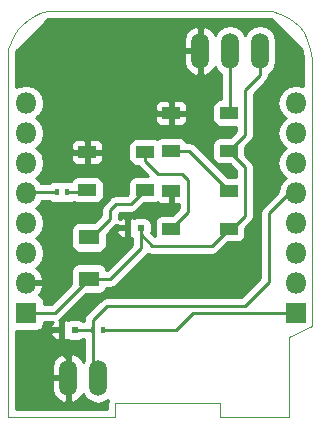
<source format=gtl>
G04 #@! TF.FileFunction,Copper,L1,Top,Signal*
%FSLAX46Y46*%
G04 Gerber Fmt 4.6, Leading zero omitted, Abs format (unit mm)*
G04 Created by KiCad (PCBNEW 4.0.2+dfsg1-2~bpo8+1-stable) date mer. 29 juin 2016 11:45:21 CEST*
%MOMM*%
G01*
G04 APERTURE LIST*
%ADD10C,0.100000*%
%ADD11R,1.800000X1.800000*%
%ADD12O,1.800000X1.800000*%
%ADD13R,0.600000X0.500000*%
%ADD14R,1.500000X1.000000*%
%ADD15O,1.506220X3.014980*%
%ADD16R,0.400000X0.600000*%
%ADD17R,1.699260X1.300480*%
%ADD18C,0.250000*%
%ADD19C,0.254000*%
G04 APERTURE END LIST*
D10*
X149762480Y-106014181D02*
X149800000Y-112800000D01*
X151706026Y-105053285D02*
X149762480Y-106014181D01*
X151681078Y-82498193D02*
X151706026Y-105053285D01*
X151565482Y-81605425D02*
X151681078Y-82498193D01*
X151337122Y-80850387D02*
X151565482Y-81605425D01*
X151009595Y-80218540D02*
X151337122Y-80850387D01*
X150596503Y-79695342D02*
X151009595Y-80218540D01*
X150111445Y-79266257D02*
X150596503Y-79695342D01*
X149568018Y-78916742D02*
X150111445Y-79266257D01*
X148979824Y-78632259D02*
X149568018Y-78916742D01*
X148360460Y-78398266D02*
X148979824Y-78632259D01*
X129322547Y-78427024D02*
X148360460Y-78398266D01*
X128724750Y-78612690D02*
X129322547Y-78427024D01*
X128180560Y-78859623D02*
X128724750Y-78612690D01*
X127689488Y-79167259D02*
X128180560Y-78859623D01*
X127251047Y-79535048D02*
X127689488Y-79167259D01*
X126864747Y-79962423D02*
X127251047Y-79535048D01*
X126530099Y-80448833D02*
X126864747Y-79962423D01*
X126246616Y-80993714D02*
X126530099Y-80448833D01*
X126013805Y-81596507D02*
X126246616Y-80993714D01*
X125999807Y-112766658D02*
X126013805Y-81596507D01*
X135080603Y-112792736D02*
X125999807Y-112766658D01*
X135078627Y-111590483D02*
X135080603Y-112792736D01*
X143909849Y-111583795D02*
X135078627Y-111590483D01*
X143900000Y-112800000D02*
X143909849Y-111583795D01*
X149800000Y-112800000D02*
X143900000Y-112800000D01*
D11*
X127490000Y-103950000D03*
D12*
X127490000Y-101410000D03*
X127490000Y-98870000D03*
X127490000Y-96330000D03*
X127490000Y-93790000D03*
X127490000Y-91250000D03*
X127490000Y-88710000D03*
X127490000Y-86170000D03*
D11*
X150350000Y-103950000D03*
D12*
X150350000Y-101410000D03*
X150350000Y-98870000D03*
X150350000Y-96330000D03*
X150350000Y-93790000D03*
X150350000Y-91250000D03*
X150350000Y-88710000D03*
X150350000Y-86170000D03*
D13*
X131614000Y-105410000D03*
X130514000Y-105410000D03*
D14*
X137578000Y-93548000D03*
X132678000Y-93548000D03*
X137578000Y-90348000D03*
X132678000Y-90348000D03*
X144690000Y-96850000D03*
X139790000Y-96850000D03*
X144690000Y-93650000D03*
X139790000Y-93650000D03*
X144690000Y-90246000D03*
X139790000Y-90246000D03*
X144690000Y-87046000D03*
X139790000Y-87046000D03*
D15*
X133604000Y-109474000D03*
X131064000Y-109474000D03*
D16*
X134054000Y-105410000D03*
X133154000Y-105410000D03*
D13*
X137202000Y-96774000D03*
X136102000Y-96774000D03*
D16*
X131006000Y-93726000D03*
X130106000Y-93726000D03*
D17*
X132842000Y-97563940D03*
X132842000Y-101064060D03*
D15*
X147320000Y-81788000D03*
X144780000Y-81788000D03*
X142240000Y-81788000D03*
D18*
X147320000Y-81788000D02*
X147320000Y-83820000D01*
X146050000Y-88886000D02*
X144690000Y-90246000D01*
X146050000Y-85090000D02*
X146050000Y-88886000D01*
X147320000Y-83820000D02*
X146050000Y-85090000D01*
X137202000Y-96774000D02*
X137202000Y-97324000D01*
X143242000Y-98298000D02*
X144690000Y-96850000D01*
X138176000Y-98298000D02*
X143242000Y-98298000D01*
X137202000Y-97324000D02*
X138176000Y-98298000D01*
X137202000Y-96774000D02*
X137202000Y-98510000D01*
X134647940Y-101064060D02*
X132842000Y-101064060D01*
X137202000Y-98510000D02*
X134647940Y-101064060D01*
X144690000Y-90246000D02*
X145212000Y-90246000D01*
X144690000Y-96850000D02*
X144958000Y-96850000D01*
X144958000Y-96850000D02*
X146050000Y-95758000D01*
X146050000Y-91606000D02*
X144690000Y-90246000D01*
X146050000Y-95758000D02*
X146050000Y-91606000D01*
X132842000Y-101064060D02*
X133123940Y-101064060D01*
X127490000Y-103950000D02*
X129956060Y-103950000D01*
X129956060Y-103950000D02*
X132842000Y-101064060D01*
X130106000Y-93726000D02*
X127554000Y-93726000D01*
X127554000Y-93726000D02*
X127490000Y-93790000D01*
X134054000Y-105410000D02*
X140208000Y-105410000D01*
X141668000Y-103950000D02*
X150350000Y-103950000D01*
X140208000Y-105410000D02*
X141668000Y-103950000D01*
X150350000Y-93790000D02*
X149796000Y-93790000D01*
X149796000Y-93790000D02*
X148082000Y-95504000D01*
X148082000Y-95504000D02*
X148082000Y-101346000D01*
X148082000Y-101346000D02*
X146050000Y-103378000D01*
X146050000Y-103378000D02*
X134366000Y-103378000D01*
X134366000Y-103378000D02*
X133154000Y-104590000D01*
X133154000Y-104590000D02*
X133154000Y-105410000D01*
X133154000Y-105410000D02*
X133154000Y-109024000D01*
X133154000Y-109024000D02*
X133604000Y-109474000D01*
X131614000Y-105410000D02*
X133154000Y-105410000D01*
X127490000Y-101410000D02*
X127952000Y-101410000D01*
X131064000Y-109474000D02*
X131064000Y-107950000D01*
X130514000Y-107400000D02*
X130514000Y-105410000D01*
X131064000Y-107950000D02*
X130514000Y-107400000D01*
X132842000Y-97563940D02*
X133068060Y-97563940D01*
X133068060Y-97563940D02*
X134620000Y-96012000D01*
X134620000Y-96012000D02*
X134620000Y-95250000D01*
X134620000Y-95250000D02*
X135128000Y-94742000D01*
X135128000Y-94742000D02*
X136384000Y-94742000D01*
X136384000Y-94742000D02*
X137578000Y-93548000D01*
X137578000Y-90348000D02*
X137578000Y-91096000D01*
X141224000Y-95416000D02*
X139790000Y-96850000D01*
X141224000Y-92710000D02*
X141224000Y-95416000D01*
X140716000Y-92202000D02*
X141224000Y-92710000D01*
X138684000Y-92202000D02*
X140716000Y-92202000D01*
X137578000Y-91096000D02*
X138684000Y-92202000D01*
X139790000Y-90246000D02*
X141300000Y-90246000D01*
X141300000Y-90246000D02*
X144690000Y-93636000D01*
X144690000Y-93636000D02*
X144690000Y-93650000D01*
X144780000Y-81788000D02*
X144780000Y-86956000D01*
X144780000Y-86956000D02*
X144690000Y-87046000D01*
X131006000Y-93726000D02*
X132500000Y-93726000D01*
X132500000Y-93726000D02*
X132678000Y-93548000D01*
X132436000Y-93790000D02*
X132678000Y-93548000D01*
D19*
G36*
X150885398Y-81723004D02*
X150893424Y-81749540D01*
X150996126Y-82542729D01*
X150998593Y-84772627D01*
X150967491Y-84751845D01*
X150380072Y-84635000D01*
X150319928Y-84635000D01*
X149732509Y-84751845D01*
X149234519Y-85084591D01*
X148901773Y-85582581D01*
X148784928Y-86170000D01*
X148901773Y-86757419D01*
X149234519Y-87255409D01*
X149510779Y-87440000D01*
X149234519Y-87624591D01*
X148901773Y-88122581D01*
X148784928Y-88710000D01*
X148901773Y-89297419D01*
X149234519Y-89795409D01*
X149510779Y-89980000D01*
X149234519Y-90164591D01*
X148901773Y-90662581D01*
X148784928Y-91250000D01*
X148901773Y-91837419D01*
X149234519Y-92335409D01*
X149510779Y-92520000D01*
X149234519Y-92704591D01*
X148901773Y-93202581D01*
X148800752Y-93710446D01*
X147544599Y-94966599D01*
X147379852Y-95213161D01*
X147322000Y-95504000D01*
X147322000Y-101031198D01*
X145735198Y-102618000D01*
X134366000Y-102618000D01*
X134075161Y-102675852D01*
X133828599Y-102840599D01*
X132616599Y-104052599D01*
X132451852Y-104299161D01*
X132394000Y-104590000D01*
X132394000Y-104650000D01*
X132292386Y-104650000D01*
X132165890Y-104563569D01*
X131914000Y-104512560D01*
X131314000Y-104512560D01*
X131078683Y-104556838D01*
X131054594Y-104572339D01*
X130940309Y-104525000D01*
X130799750Y-104525000D01*
X130641000Y-104683750D01*
X130641000Y-105285000D01*
X130661000Y-105285000D01*
X130661000Y-105535000D01*
X130641000Y-105535000D01*
X130641000Y-106136250D01*
X130799750Y-106295000D01*
X130940309Y-106295000D01*
X131051283Y-106249033D01*
X131062110Y-106256431D01*
X131314000Y-106307440D01*
X131914000Y-106307440D01*
X132149317Y-106263162D01*
X132294095Y-106170000D01*
X132394000Y-106170000D01*
X132394000Y-108038016D01*
X132321554Y-108146439D01*
X132320984Y-108149306D01*
X132297846Y-108071081D01*
X131955740Y-107648276D01*
X131477875Y-107388573D01*
X131405674Y-107374217D01*
X131191000Y-107496838D01*
X131191000Y-109347000D01*
X131211000Y-109347000D01*
X131211000Y-109601000D01*
X131191000Y-109601000D01*
X131191000Y-111451162D01*
X131405674Y-111573783D01*
X131477875Y-111559427D01*
X131955740Y-111299724D01*
X132297846Y-110876919D01*
X132320984Y-110798694D01*
X132321554Y-110801561D01*
X132622458Y-111251896D01*
X133072793Y-111552800D01*
X133604000Y-111658464D01*
X134135207Y-111552800D01*
X134441663Y-111348033D01*
X134419549Y-111460166D01*
X134393627Y-111591002D01*
X134393688Y-111591306D01*
X134393628Y-111591609D01*
X134394473Y-112105763D01*
X126685114Y-112083623D01*
X126686228Y-109601000D01*
X129675890Y-109601000D01*
X129675890Y-110355380D01*
X129830154Y-110876919D01*
X130172260Y-111299724D01*
X130650125Y-111559427D01*
X130722326Y-111573783D01*
X130937000Y-111451162D01*
X130937000Y-109601000D01*
X129675890Y-109601000D01*
X126686228Y-109601000D01*
X126686680Y-108592620D01*
X129675890Y-108592620D01*
X129675890Y-109347000D01*
X130937000Y-109347000D01*
X130937000Y-107496838D01*
X130722326Y-107374217D01*
X130650125Y-107388573D01*
X130172260Y-107648276D01*
X129830154Y-108071081D01*
X129675890Y-108592620D01*
X126686680Y-108592620D01*
X126687983Y-105693750D01*
X129579000Y-105693750D01*
X129579000Y-105786310D01*
X129675673Y-106019699D01*
X129854302Y-106198327D01*
X130087691Y-106295000D01*
X130228250Y-106295000D01*
X130387000Y-106136250D01*
X130387000Y-105535000D01*
X129737750Y-105535000D01*
X129579000Y-105693750D01*
X126687983Y-105693750D01*
X126688072Y-105497440D01*
X128390000Y-105497440D01*
X128625317Y-105453162D01*
X128841441Y-105314090D01*
X128986431Y-105101890D01*
X129037440Y-104850000D01*
X129037440Y-104710000D01*
X129765975Y-104710000D01*
X129675673Y-104800301D01*
X129579000Y-105033690D01*
X129579000Y-105126250D01*
X129737750Y-105285000D01*
X130387000Y-105285000D01*
X130387000Y-104683750D01*
X130311939Y-104608689D01*
X130493461Y-104487401D01*
X132619122Y-102361740D01*
X133691630Y-102361740D01*
X133926947Y-102317462D01*
X134143071Y-102178390D01*
X134288061Y-101966190D01*
X134316843Y-101824060D01*
X134647940Y-101824060D01*
X134938779Y-101766208D01*
X135185341Y-101601461D01*
X137739401Y-99047401D01*
X137806219Y-98947401D01*
X137885161Y-99000148D01*
X138176000Y-99058000D01*
X143242000Y-99058000D01*
X143532839Y-99000148D01*
X143779401Y-98835401D01*
X144617362Y-97997440D01*
X145440000Y-97997440D01*
X145675317Y-97953162D01*
X145891441Y-97814090D01*
X146036431Y-97601890D01*
X146087440Y-97350000D01*
X146087440Y-96795362D01*
X146587401Y-96295401D01*
X146752148Y-96048840D01*
X146810000Y-95758000D01*
X146810000Y-91606000D01*
X146752148Y-91315161D01*
X146752148Y-91315160D01*
X146587401Y-91068599D01*
X146087440Y-90568638D01*
X146087440Y-89923362D01*
X146587401Y-89423401D01*
X146752148Y-89176840D01*
X146767719Y-89098560D01*
X146810000Y-88886000D01*
X146810000Y-85404802D01*
X147857401Y-84357401D01*
X148022148Y-84110840D01*
X148080000Y-83820000D01*
X148080000Y-83713926D01*
X148301542Y-83565896D01*
X148602446Y-83115561D01*
X148708110Y-82584354D01*
X148708110Y-80991646D01*
X148602446Y-80460439D01*
X148301542Y-80010104D01*
X147851207Y-79709200D01*
X147320000Y-79603536D01*
X146788793Y-79709200D01*
X146338458Y-80010104D01*
X146050000Y-80441812D01*
X145761542Y-80010104D01*
X145311207Y-79709200D01*
X144780000Y-79603536D01*
X144248793Y-79709200D01*
X143798458Y-80010104D01*
X143497554Y-80460439D01*
X143496984Y-80463306D01*
X143473846Y-80385081D01*
X143131740Y-79962276D01*
X142653875Y-79702573D01*
X142581674Y-79688217D01*
X142367000Y-79810838D01*
X142367000Y-81661000D01*
X142387000Y-81661000D01*
X142387000Y-81915000D01*
X142367000Y-81915000D01*
X142367000Y-83765162D01*
X142581674Y-83887783D01*
X142653875Y-83873427D01*
X143131740Y-83613724D01*
X143473846Y-83190919D01*
X143496984Y-83112694D01*
X143497554Y-83115561D01*
X143798458Y-83565896D01*
X144020000Y-83713926D01*
X144020000Y-85898560D01*
X143940000Y-85898560D01*
X143704683Y-85942838D01*
X143488559Y-86081910D01*
X143343569Y-86294110D01*
X143292560Y-86546000D01*
X143292560Y-87546000D01*
X143336838Y-87781317D01*
X143475910Y-87997441D01*
X143688110Y-88142431D01*
X143940000Y-88193440D01*
X145290000Y-88193440D01*
X145290000Y-88571198D01*
X144762638Y-89098560D01*
X143940000Y-89098560D01*
X143704683Y-89142838D01*
X143488559Y-89281910D01*
X143343569Y-89494110D01*
X143292560Y-89746000D01*
X143292560Y-90746000D01*
X143336838Y-90981317D01*
X143475910Y-91197441D01*
X143688110Y-91342431D01*
X143940000Y-91393440D01*
X144762638Y-91393440D01*
X145290000Y-91920802D01*
X145290000Y-92502560D01*
X144631362Y-92502560D01*
X141837401Y-89708599D01*
X141590839Y-89543852D01*
X141300000Y-89486000D01*
X141127279Y-89486000D01*
X141004090Y-89294559D01*
X140791890Y-89149569D01*
X140540000Y-89098560D01*
X139040000Y-89098560D01*
X138804683Y-89142838D01*
X138606963Y-89270067D01*
X138579890Y-89251569D01*
X138328000Y-89200560D01*
X136828000Y-89200560D01*
X136592683Y-89244838D01*
X136376559Y-89383910D01*
X136231569Y-89596110D01*
X136180560Y-89848000D01*
X136180560Y-90848000D01*
X136224838Y-91083317D01*
X136363910Y-91299441D01*
X136576110Y-91444431D01*
X136828000Y-91495440D01*
X136948417Y-91495440D01*
X137040599Y-91633401D01*
X137807758Y-92400560D01*
X136828000Y-92400560D01*
X136592683Y-92444838D01*
X136376559Y-92583910D01*
X136231569Y-92796110D01*
X136180560Y-93048000D01*
X136180560Y-93870638D01*
X136069198Y-93982000D01*
X135128000Y-93982000D01*
X134837161Y-94039852D01*
X134637290Y-94173401D01*
X134590599Y-94204599D01*
X134082599Y-94712599D01*
X133917852Y-94959161D01*
X133860000Y-95250000D01*
X133860000Y-95697198D01*
X133290938Y-96266260D01*
X131992370Y-96266260D01*
X131757053Y-96310538D01*
X131540929Y-96449610D01*
X131395939Y-96661810D01*
X131344930Y-96913700D01*
X131344930Y-98214180D01*
X131389208Y-98449497D01*
X131528280Y-98665621D01*
X131740480Y-98810611D01*
X131992370Y-98861620D01*
X133691630Y-98861620D01*
X133926947Y-98817342D01*
X134143071Y-98678270D01*
X134288061Y-98466070D01*
X134339070Y-98214180D01*
X134339070Y-97367732D01*
X134649052Y-97057750D01*
X135167000Y-97057750D01*
X135167000Y-97150310D01*
X135263673Y-97383699D01*
X135442302Y-97562327D01*
X135675691Y-97659000D01*
X135816250Y-97659000D01*
X135975000Y-97500250D01*
X135975000Y-96899000D01*
X135325750Y-96899000D01*
X135167000Y-97057750D01*
X134649052Y-97057750D01*
X135157401Y-96549401D01*
X135184938Y-96508188D01*
X135325750Y-96649000D01*
X135975000Y-96649000D01*
X135975000Y-96047750D01*
X135816250Y-95889000D01*
X135675691Y-95889000D01*
X135442302Y-95985673D01*
X135371067Y-96056907D01*
X135380000Y-96012000D01*
X135380000Y-95564802D01*
X135442802Y-95502000D01*
X136384000Y-95502000D01*
X136674839Y-95444148D01*
X136921401Y-95279401D01*
X137505362Y-94695440D01*
X138328000Y-94695440D01*
X138563317Y-94651162D01*
X138611884Y-94619910D01*
X138680301Y-94688327D01*
X138913690Y-94785000D01*
X139504250Y-94785000D01*
X139663000Y-94626250D01*
X139663000Y-93777000D01*
X139643000Y-93777000D01*
X139643000Y-93523000D01*
X139663000Y-93523000D01*
X139663000Y-93503000D01*
X139917000Y-93503000D01*
X139917000Y-93523000D01*
X139937000Y-93523000D01*
X139937000Y-93777000D01*
X139917000Y-93777000D01*
X139917000Y-94626250D01*
X140075750Y-94785000D01*
X140464000Y-94785000D01*
X140464000Y-95101198D01*
X139862638Y-95702560D01*
X139040000Y-95702560D01*
X138804683Y-95746838D01*
X138588559Y-95885910D01*
X138443569Y-96098110D01*
X138392560Y-96350000D01*
X138392560Y-97350000D01*
X138413364Y-97460562D01*
X138120367Y-97167565D01*
X138149440Y-97024000D01*
X138149440Y-96524000D01*
X138105162Y-96288683D01*
X137966090Y-96072559D01*
X137753890Y-95927569D01*
X137502000Y-95876560D01*
X136902000Y-95876560D01*
X136666683Y-95920838D01*
X136642594Y-95936339D01*
X136528309Y-95889000D01*
X136387750Y-95889000D01*
X136229000Y-96047750D01*
X136229000Y-96649000D01*
X136249000Y-96649000D01*
X136249000Y-96899000D01*
X136229000Y-96899000D01*
X136229000Y-97500250D01*
X136387750Y-97659000D01*
X136442000Y-97659000D01*
X136442000Y-98195198D01*
X134333138Y-100304060D01*
X134318417Y-100304060D01*
X134294792Y-100178503D01*
X134155720Y-99962379D01*
X133943520Y-99817389D01*
X133691630Y-99766380D01*
X131992370Y-99766380D01*
X131757053Y-99810658D01*
X131540929Y-99949730D01*
X131395939Y-100161930D01*
X131344930Y-100413820D01*
X131344930Y-101486328D01*
X129641258Y-103190000D01*
X129037440Y-103190000D01*
X129037440Y-103050000D01*
X128993162Y-102814683D01*
X128854090Y-102598559D01*
X128641890Y-102453569D01*
X128586090Y-102442269D01*
X128802240Y-102206417D01*
X128981036Y-101774740D01*
X128860378Y-101537000D01*
X127617000Y-101537000D01*
X127617000Y-101557000D01*
X127363000Y-101557000D01*
X127363000Y-101537000D01*
X127343000Y-101537000D01*
X127343000Y-101283000D01*
X127363000Y-101283000D01*
X127363000Y-101263000D01*
X127617000Y-101263000D01*
X127617000Y-101283000D01*
X128860378Y-101283000D01*
X128981036Y-101045260D01*
X128802240Y-100613583D01*
X128397576Y-100172034D01*
X128329075Y-100140097D01*
X128605481Y-99955409D01*
X128938227Y-99457419D01*
X129055072Y-98870000D01*
X128938227Y-98282581D01*
X128605481Y-97784591D01*
X128329221Y-97600000D01*
X128605481Y-97415409D01*
X128938227Y-96917419D01*
X129055072Y-96330000D01*
X128938227Y-95742581D01*
X128605481Y-95244591D01*
X128329221Y-95060000D01*
X128605481Y-94875409D01*
X128865676Y-94486000D01*
X129454437Y-94486000D01*
X129654110Y-94622431D01*
X129906000Y-94673440D01*
X130306000Y-94673440D01*
X130541317Y-94629162D01*
X130552979Y-94621658D01*
X130554110Y-94622431D01*
X130806000Y-94673440D01*
X131206000Y-94673440D01*
X131441317Y-94629162D01*
X131550726Y-94558760D01*
X131676110Y-94644431D01*
X131928000Y-94695440D01*
X133428000Y-94695440D01*
X133663317Y-94651162D01*
X133879441Y-94512090D01*
X134024431Y-94299890D01*
X134075440Y-94048000D01*
X134075440Y-93048000D01*
X134031162Y-92812683D01*
X133892090Y-92596559D01*
X133679890Y-92451569D01*
X133428000Y-92400560D01*
X131928000Y-92400560D01*
X131692683Y-92444838D01*
X131476559Y-92583910D01*
X131331569Y-92796110D01*
X131330036Y-92803678D01*
X131206000Y-92778560D01*
X130806000Y-92778560D01*
X130570683Y-92822838D01*
X130559021Y-92830342D01*
X130557890Y-92829569D01*
X130306000Y-92778560D01*
X129906000Y-92778560D01*
X129670683Y-92822838D01*
X129454559Y-92961910D01*
X129451764Y-92966000D01*
X128780149Y-92966000D01*
X128605481Y-92704591D01*
X128329221Y-92520000D01*
X128605481Y-92335409D01*
X128938227Y-91837419D01*
X129055072Y-91250000D01*
X128938227Y-90662581D01*
X128918963Y-90633750D01*
X131293000Y-90633750D01*
X131293000Y-90974309D01*
X131389673Y-91207698D01*
X131568301Y-91386327D01*
X131801690Y-91483000D01*
X132392250Y-91483000D01*
X132551000Y-91324250D01*
X132551000Y-90475000D01*
X132805000Y-90475000D01*
X132805000Y-91324250D01*
X132963750Y-91483000D01*
X133554310Y-91483000D01*
X133787699Y-91386327D01*
X133966327Y-91207698D01*
X134063000Y-90974309D01*
X134063000Y-90633750D01*
X133904250Y-90475000D01*
X132805000Y-90475000D01*
X132551000Y-90475000D01*
X131451750Y-90475000D01*
X131293000Y-90633750D01*
X128918963Y-90633750D01*
X128605481Y-90164591D01*
X128329221Y-89980000D01*
X128605481Y-89795409D01*
X128654737Y-89721691D01*
X131293000Y-89721691D01*
X131293000Y-90062250D01*
X131451750Y-90221000D01*
X132551000Y-90221000D01*
X132551000Y-89371750D01*
X132805000Y-89371750D01*
X132805000Y-90221000D01*
X133904250Y-90221000D01*
X134063000Y-90062250D01*
X134063000Y-89721691D01*
X133966327Y-89488302D01*
X133787699Y-89309673D01*
X133554310Y-89213000D01*
X132963750Y-89213000D01*
X132805000Y-89371750D01*
X132551000Y-89371750D01*
X132392250Y-89213000D01*
X131801690Y-89213000D01*
X131568301Y-89309673D01*
X131389673Y-89488302D01*
X131293000Y-89721691D01*
X128654737Y-89721691D01*
X128938227Y-89297419D01*
X129055072Y-88710000D01*
X128938227Y-88122581D01*
X128605481Y-87624591D01*
X128329221Y-87440000D01*
X128491228Y-87331750D01*
X138405000Y-87331750D01*
X138405000Y-87672309D01*
X138501673Y-87905698D01*
X138680301Y-88084327D01*
X138913690Y-88181000D01*
X139504250Y-88181000D01*
X139663000Y-88022250D01*
X139663000Y-87173000D01*
X139917000Y-87173000D01*
X139917000Y-88022250D01*
X140075750Y-88181000D01*
X140666310Y-88181000D01*
X140899699Y-88084327D01*
X141078327Y-87905698D01*
X141175000Y-87672309D01*
X141175000Y-87331750D01*
X141016250Y-87173000D01*
X139917000Y-87173000D01*
X139663000Y-87173000D01*
X138563750Y-87173000D01*
X138405000Y-87331750D01*
X128491228Y-87331750D01*
X128605481Y-87255409D01*
X128938227Y-86757419D01*
X129005405Y-86419691D01*
X138405000Y-86419691D01*
X138405000Y-86760250D01*
X138563750Y-86919000D01*
X139663000Y-86919000D01*
X139663000Y-86069750D01*
X139917000Y-86069750D01*
X139917000Y-86919000D01*
X141016250Y-86919000D01*
X141175000Y-86760250D01*
X141175000Y-86419691D01*
X141078327Y-86186302D01*
X140899699Y-86007673D01*
X140666310Y-85911000D01*
X140075750Y-85911000D01*
X139917000Y-86069750D01*
X139663000Y-86069750D01*
X139504250Y-85911000D01*
X138913690Y-85911000D01*
X138680301Y-86007673D01*
X138501673Y-86186302D01*
X138405000Y-86419691D01*
X129005405Y-86419691D01*
X129055072Y-86170000D01*
X128938227Y-85582581D01*
X128605481Y-85084591D01*
X128107491Y-84751845D01*
X127520072Y-84635000D01*
X127459928Y-84635000D01*
X126872509Y-84751845D01*
X126697336Y-84868892D01*
X126698662Y-81915000D01*
X140851890Y-81915000D01*
X140851890Y-82669380D01*
X141006154Y-83190919D01*
X141348260Y-83613724D01*
X141826125Y-83873427D01*
X141898326Y-83887783D01*
X142113000Y-83765162D01*
X142113000Y-81915000D01*
X140851890Y-81915000D01*
X126698662Y-81915000D01*
X126698732Y-81760874D01*
X127552986Y-80906620D01*
X140851890Y-80906620D01*
X140851890Y-81661000D01*
X142113000Y-81661000D01*
X142113000Y-79810838D01*
X141898326Y-79688217D01*
X141826125Y-79702573D01*
X141348260Y-79962276D01*
X141006154Y-80385081D01*
X140851890Y-80906620D01*
X127552986Y-80906620D01*
X129312040Y-79147566D01*
X129397575Y-79121000D01*
X148283394Y-79121000D01*
X150885398Y-81723004D01*
X150885398Y-81723004D01*
G37*
X150885398Y-81723004D02*
X150893424Y-81749540D01*
X150996126Y-82542729D01*
X150998593Y-84772627D01*
X150967491Y-84751845D01*
X150380072Y-84635000D01*
X150319928Y-84635000D01*
X149732509Y-84751845D01*
X149234519Y-85084591D01*
X148901773Y-85582581D01*
X148784928Y-86170000D01*
X148901773Y-86757419D01*
X149234519Y-87255409D01*
X149510779Y-87440000D01*
X149234519Y-87624591D01*
X148901773Y-88122581D01*
X148784928Y-88710000D01*
X148901773Y-89297419D01*
X149234519Y-89795409D01*
X149510779Y-89980000D01*
X149234519Y-90164591D01*
X148901773Y-90662581D01*
X148784928Y-91250000D01*
X148901773Y-91837419D01*
X149234519Y-92335409D01*
X149510779Y-92520000D01*
X149234519Y-92704591D01*
X148901773Y-93202581D01*
X148800752Y-93710446D01*
X147544599Y-94966599D01*
X147379852Y-95213161D01*
X147322000Y-95504000D01*
X147322000Y-101031198D01*
X145735198Y-102618000D01*
X134366000Y-102618000D01*
X134075161Y-102675852D01*
X133828599Y-102840599D01*
X132616599Y-104052599D01*
X132451852Y-104299161D01*
X132394000Y-104590000D01*
X132394000Y-104650000D01*
X132292386Y-104650000D01*
X132165890Y-104563569D01*
X131914000Y-104512560D01*
X131314000Y-104512560D01*
X131078683Y-104556838D01*
X131054594Y-104572339D01*
X130940309Y-104525000D01*
X130799750Y-104525000D01*
X130641000Y-104683750D01*
X130641000Y-105285000D01*
X130661000Y-105285000D01*
X130661000Y-105535000D01*
X130641000Y-105535000D01*
X130641000Y-106136250D01*
X130799750Y-106295000D01*
X130940309Y-106295000D01*
X131051283Y-106249033D01*
X131062110Y-106256431D01*
X131314000Y-106307440D01*
X131914000Y-106307440D01*
X132149317Y-106263162D01*
X132294095Y-106170000D01*
X132394000Y-106170000D01*
X132394000Y-108038016D01*
X132321554Y-108146439D01*
X132320984Y-108149306D01*
X132297846Y-108071081D01*
X131955740Y-107648276D01*
X131477875Y-107388573D01*
X131405674Y-107374217D01*
X131191000Y-107496838D01*
X131191000Y-109347000D01*
X131211000Y-109347000D01*
X131211000Y-109601000D01*
X131191000Y-109601000D01*
X131191000Y-111451162D01*
X131405674Y-111573783D01*
X131477875Y-111559427D01*
X131955740Y-111299724D01*
X132297846Y-110876919D01*
X132320984Y-110798694D01*
X132321554Y-110801561D01*
X132622458Y-111251896D01*
X133072793Y-111552800D01*
X133604000Y-111658464D01*
X134135207Y-111552800D01*
X134441663Y-111348033D01*
X134419549Y-111460166D01*
X134393627Y-111591002D01*
X134393688Y-111591306D01*
X134393628Y-111591609D01*
X134394473Y-112105763D01*
X126685114Y-112083623D01*
X126686228Y-109601000D01*
X129675890Y-109601000D01*
X129675890Y-110355380D01*
X129830154Y-110876919D01*
X130172260Y-111299724D01*
X130650125Y-111559427D01*
X130722326Y-111573783D01*
X130937000Y-111451162D01*
X130937000Y-109601000D01*
X129675890Y-109601000D01*
X126686228Y-109601000D01*
X126686680Y-108592620D01*
X129675890Y-108592620D01*
X129675890Y-109347000D01*
X130937000Y-109347000D01*
X130937000Y-107496838D01*
X130722326Y-107374217D01*
X130650125Y-107388573D01*
X130172260Y-107648276D01*
X129830154Y-108071081D01*
X129675890Y-108592620D01*
X126686680Y-108592620D01*
X126687983Y-105693750D01*
X129579000Y-105693750D01*
X129579000Y-105786310D01*
X129675673Y-106019699D01*
X129854302Y-106198327D01*
X130087691Y-106295000D01*
X130228250Y-106295000D01*
X130387000Y-106136250D01*
X130387000Y-105535000D01*
X129737750Y-105535000D01*
X129579000Y-105693750D01*
X126687983Y-105693750D01*
X126688072Y-105497440D01*
X128390000Y-105497440D01*
X128625317Y-105453162D01*
X128841441Y-105314090D01*
X128986431Y-105101890D01*
X129037440Y-104850000D01*
X129037440Y-104710000D01*
X129765975Y-104710000D01*
X129675673Y-104800301D01*
X129579000Y-105033690D01*
X129579000Y-105126250D01*
X129737750Y-105285000D01*
X130387000Y-105285000D01*
X130387000Y-104683750D01*
X130311939Y-104608689D01*
X130493461Y-104487401D01*
X132619122Y-102361740D01*
X133691630Y-102361740D01*
X133926947Y-102317462D01*
X134143071Y-102178390D01*
X134288061Y-101966190D01*
X134316843Y-101824060D01*
X134647940Y-101824060D01*
X134938779Y-101766208D01*
X135185341Y-101601461D01*
X137739401Y-99047401D01*
X137806219Y-98947401D01*
X137885161Y-99000148D01*
X138176000Y-99058000D01*
X143242000Y-99058000D01*
X143532839Y-99000148D01*
X143779401Y-98835401D01*
X144617362Y-97997440D01*
X145440000Y-97997440D01*
X145675317Y-97953162D01*
X145891441Y-97814090D01*
X146036431Y-97601890D01*
X146087440Y-97350000D01*
X146087440Y-96795362D01*
X146587401Y-96295401D01*
X146752148Y-96048840D01*
X146810000Y-95758000D01*
X146810000Y-91606000D01*
X146752148Y-91315161D01*
X146752148Y-91315160D01*
X146587401Y-91068599D01*
X146087440Y-90568638D01*
X146087440Y-89923362D01*
X146587401Y-89423401D01*
X146752148Y-89176840D01*
X146767719Y-89098560D01*
X146810000Y-88886000D01*
X146810000Y-85404802D01*
X147857401Y-84357401D01*
X148022148Y-84110840D01*
X148080000Y-83820000D01*
X148080000Y-83713926D01*
X148301542Y-83565896D01*
X148602446Y-83115561D01*
X148708110Y-82584354D01*
X148708110Y-80991646D01*
X148602446Y-80460439D01*
X148301542Y-80010104D01*
X147851207Y-79709200D01*
X147320000Y-79603536D01*
X146788793Y-79709200D01*
X146338458Y-80010104D01*
X146050000Y-80441812D01*
X145761542Y-80010104D01*
X145311207Y-79709200D01*
X144780000Y-79603536D01*
X144248793Y-79709200D01*
X143798458Y-80010104D01*
X143497554Y-80460439D01*
X143496984Y-80463306D01*
X143473846Y-80385081D01*
X143131740Y-79962276D01*
X142653875Y-79702573D01*
X142581674Y-79688217D01*
X142367000Y-79810838D01*
X142367000Y-81661000D01*
X142387000Y-81661000D01*
X142387000Y-81915000D01*
X142367000Y-81915000D01*
X142367000Y-83765162D01*
X142581674Y-83887783D01*
X142653875Y-83873427D01*
X143131740Y-83613724D01*
X143473846Y-83190919D01*
X143496984Y-83112694D01*
X143497554Y-83115561D01*
X143798458Y-83565896D01*
X144020000Y-83713926D01*
X144020000Y-85898560D01*
X143940000Y-85898560D01*
X143704683Y-85942838D01*
X143488559Y-86081910D01*
X143343569Y-86294110D01*
X143292560Y-86546000D01*
X143292560Y-87546000D01*
X143336838Y-87781317D01*
X143475910Y-87997441D01*
X143688110Y-88142431D01*
X143940000Y-88193440D01*
X145290000Y-88193440D01*
X145290000Y-88571198D01*
X144762638Y-89098560D01*
X143940000Y-89098560D01*
X143704683Y-89142838D01*
X143488559Y-89281910D01*
X143343569Y-89494110D01*
X143292560Y-89746000D01*
X143292560Y-90746000D01*
X143336838Y-90981317D01*
X143475910Y-91197441D01*
X143688110Y-91342431D01*
X143940000Y-91393440D01*
X144762638Y-91393440D01*
X145290000Y-91920802D01*
X145290000Y-92502560D01*
X144631362Y-92502560D01*
X141837401Y-89708599D01*
X141590839Y-89543852D01*
X141300000Y-89486000D01*
X141127279Y-89486000D01*
X141004090Y-89294559D01*
X140791890Y-89149569D01*
X140540000Y-89098560D01*
X139040000Y-89098560D01*
X138804683Y-89142838D01*
X138606963Y-89270067D01*
X138579890Y-89251569D01*
X138328000Y-89200560D01*
X136828000Y-89200560D01*
X136592683Y-89244838D01*
X136376559Y-89383910D01*
X136231569Y-89596110D01*
X136180560Y-89848000D01*
X136180560Y-90848000D01*
X136224838Y-91083317D01*
X136363910Y-91299441D01*
X136576110Y-91444431D01*
X136828000Y-91495440D01*
X136948417Y-91495440D01*
X137040599Y-91633401D01*
X137807758Y-92400560D01*
X136828000Y-92400560D01*
X136592683Y-92444838D01*
X136376559Y-92583910D01*
X136231569Y-92796110D01*
X136180560Y-93048000D01*
X136180560Y-93870638D01*
X136069198Y-93982000D01*
X135128000Y-93982000D01*
X134837161Y-94039852D01*
X134637290Y-94173401D01*
X134590599Y-94204599D01*
X134082599Y-94712599D01*
X133917852Y-94959161D01*
X133860000Y-95250000D01*
X133860000Y-95697198D01*
X133290938Y-96266260D01*
X131992370Y-96266260D01*
X131757053Y-96310538D01*
X131540929Y-96449610D01*
X131395939Y-96661810D01*
X131344930Y-96913700D01*
X131344930Y-98214180D01*
X131389208Y-98449497D01*
X131528280Y-98665621D01*
X131740480Y-98810611D01*
X131992370Y-98861620D01*
X133691630Y-98861620D01*
X133926947Y-98817342D01*
X134143071Y-98678270D01*
X134288061Y-98466070D01*
X134339070Y-98214180D01*
X134339070Y-97367732D01*
X134649052Y-97057750D01*
X135167000Y-97057750D01*
X135167000Y-97150310D01*
X135263673Y-97383699D01*
X135442302Y-97562327D01*
X135675691Y-97659000D01*
X135816250Y-97659000D01*
X135975000Y-97500250D01*
X135975000Y-96899000D01*
X135325750Y-96899000D01*
X135167000Y-97057750D01*
X134649052Y-97057750D01*
X135157401Y-96549401D01*
X135184938Y-96508188D01*
X135325750Y-96649000D01*
X135975000Y-96649000D01*
X135975000Y-96047750D01*
X135816250Y-95889000D01*
X135675691Y-95889000D01*
X135442302Y-95985673D01*
X135371067Y-96056907D01*
X135380000Y-96012000D01*
X135380000Y-95564802D01*
X135442802Y-95502000D01*
X136384000Y-95502000D01*
X136674839Y-95444148D01*
X136921401Y-95279401D01*
X137505362Y-94695440D01*
X138328000Y-94695440D01*
X138563317Y-94651162D01*
X138611884Y-94619910D01*
X138680301Y-94688327D01*
X138913690Y-94785000D01*
X139504250Y-94785000D01*
X139663000Y-94626250D01*
X139663000Y-93777000D01*
X139643000Y-93777000D01*
X139643000Y-93523000D01*
X139663000Y-93523000D01*
X139663000Y-93503000D01*
X139917000Y-93503000D01*
X139917000Y-93523000D01*
X139937000Y-93523000D01*
X139937000Y-93777000D01*
X139917000Y-93777000D01*
X139917000Y-94626250D01*
X140075750Y-94785000D01*
X140464000Y-94785000D01*
X140464000Y-95101198D01*
X139862638Y-95702560D01*
X139040000Y-95702560D01*
X138804683Y-95746838D01*
X138588559Y-95885910D01*
X138443569Y-96098110D01*
X138392560Y-96350000D01*
X138392560Y-97350000D01*
X138413364Y-97460562D01*
X138120367Y-97167565D01*
X138149440Y-97024000D01*
X138149440Y-96524000D01*
X138105162Y-96288683D01*
X137966090Y-96072559D01*
X137753890Y-95927569D01*
X137502000Y-95876560D01*
X136902000Y-95876560D01*
X136666683Y-95920838D01*
X136642594Y-95936339D01*
X136528309Y-95889000D01*
X136387750Y-95889000D01*
X136229000Y-96047750D01*
X136229000Y-96649000D01*
X136249000Y-96649000D01*
X136249000Y-96899000D01*
X136229000Y-96899000D01*
X136229000Y-97500250D01*
X136387750Y-97659000D01*
X136442000Y-97659000D01*
X136442000Y-98195198D01*
X134333138Y-100304060D01*
X134318417Y-100304060D01*
X134294792Y-100178503D01*
X134155720Y-99962379D01*
X133943520Y-99817389D01*
X133691630Y-99766380D01*
X131992370Y-99766380D01*
X131757053Y-99810658D01*
X131540929Y-99949730D01*
X131395939Y-100161930D01*
X131344930Y-100413820D01*
X131344930Y-101486328D01*
X129641258Y-103190000D01*
X129037440Y-103190000D01*
X129037440Y-103050000D01*
X128993162Y-102814683D01*
X128854090Y-102598559D01*
X128641890Y-102453569D01*
X128586090Y-102442269D01*
X128802240Y-102206417D01*
X128981036Y-101774740D01*
X128860378Y-101537000D01*
X127617000Y-101537000D01*
X127617000Y-101557000D01*
X127363000Y-101557000D01*
X127363000Y-101537000D01*
X127343000Y-101537000D01*
X127343000Y-101283000D01*
X127363000Y-101283000D01*
X127363000Y-101263000D01*
X127617000Y-101263000D01*
X127617000Y-101283000D01*
X128860378Y-101283000D01*
X128981036Y-101045260D01*
X128802240Y-100613583D01*
X128397576Y-100172034D01*
X128329075Y-100140097D01*
X128605481Y-99955409D01*
X128938227Y-99457419D01*
X129055072Y-98870000D01*
X128938227Y-98282581D01*
X128605481Y-97784591D01*
X128329221Y-97600000D01*
X128605481Y-97415409D01*
X128938227Y-96917419D01*
X129055072Y-96330000D01*
X128938227Y-95742581D01*
X128605481Y-95244591D01*
X128329221Y-95060000D01*
X128605481Y-94875409D01*
X128865676Y-94486000D01*
X129454437Y-94486000D01*
X129654110Y-94622431D01*
X129906000Y-94673440D01*
X130306000Y-94673440D01*
X130541317Y-94629162D01*
X130552979Y-94621658D01*
X130554110Y-94622431D01*
X130806000Y-94673440D01*
X131206000Y-94673440D01*
X131441317Y-94629162D01*
X131550726Y-94558760D01*
X131676110Y-94644431D01*
X131928000Y-94695440D01*
X133428000Y-94695440D01*
X133663317Y-94651162D01*
X133879441Y-94512090D01*
X134024431Y-94299890D01*
X134075440Y-94048000D01*
X134075440Y-93048000D01*
X134031162Y-92812683D01*
X133892090Y-92596559D01*
X133679890Y-92451569D01*
X133428000Y-92400560D01*
X131928000Y-92400560D01*
X131692683Y-92444838D01*
X131476559Y-92583910D01*
X131331569Y-92796110D01*
X131330036Y-92803678D01*
X131206000Y-92778560D01*
X130806000Y-92778560D01*
X130570683Y-92822838D01*
X130559021Y-92830342D01*
X130557890Y-92829569D01*
X130306000Y-92778560D01*
X129906000Y-92778560D01*
X129670683Y-92822838D01*
X129454559Y-92961910D01*
X129451764Y-92966000D01*
X128780149Y-92966000D01*
X128605481Y-92704591D01*
X128329221Y-92520000D01*
X128605481Y-92335409D01*
X128938227Y-91837419D01*
X129055072Y-91250000D01*
X128938227Y-90662581D01*
X128918963Y-90633750D01*
X131293000Y-90633750D01*
X131293000Y-90974309D01*
X131389673Y-91207698D01*
X131568301Y-91386327D01*
X131801690Y-91483000D01*
X132392250Y-91483000D01*
X132551000Y-91324250D01*
X132551000Y-90475000D01*
X132805000Y-90475000D01*
X132805000Y-91324250D01*
X132963750Y-91483000D01*
X133554310Y-91483000D01*
X133787699Y-91386327D01*
X133966327Y-91207698D01*
X134063000Y-90974309D01*
X134063000Y-90633750D01*
X133904250Y-90475000D01*
X132805000Y-90475000D01*
X132551000Y-90475000D01*
X131451750Y-90475000D01*
X131293000Y-90633750D01*
X128918963Y-90633750D01*
X128605481Y-90164591D01*
X128329221Y-89980000D01*
X128605481Y-89795409D01*
X128654737Y-89721691D01*
X131293000Y-89721691D01*
X131293000Y-90062250D01*
X131451750Y-90221000D01*
X132551000Y-90221000D01*
X132551000Y-89371750D01*
X132805000Y-89371750D01*
X132805000Y-90221000D01*
X133904250Y-90221000D01*
X134063000Y-90062250D01*
X134063000Y-89721691D01*
X133966327Y-89488302D01*
X133787699Y-89309673D01*
X133554310Y-89213000D01*
X132963750Y-89213000D01*
X132805000Y-89371750D01*
X132551000Y-89371750D01*
X132392250Y-89213000D01*
X131801690Y-89213000D01*
X131568301Y-89309673D01*
X131389673Y-89488302D01*
X131293000Y-89721691D01*
X128654737Y-89721691D01*
X128938227Y-89297419D01*
X129055072Y-88710000D01*
X128938227Y-88122581D01*
X128605481Y-87624591D01*
X128329221Y-87440000D01*
X128491228Y-87331750D01*
X138405000Y-87331750D01*
X138405000Y-87672309D01*
X138501673Y-87905698D01*
X138680301Y-88084327D01*
X138913690Y-88181000D01*
X139504250Y-88181000D01*
X139663000Y-88022250D01*
X139663000Y-87173000D01*
X139917000Y-87173000D01*
X139917000Y-88022250D01*
X140075750Y-88181000D01*
X140666310Y-88181000D01*
X140899699Y-88084327D01*
X141078327Y-87905698D01*
X141175000Y-87672309D01*
X141175000Y-87331750D01*
X141016250Y-87173000D01*
X139917000Y-87173000D01*
X139663000Y-87173000D01*
X138563750Y-87173000D01*
X138405000Y-87331750D01*
X128491228Y-87331750D01*
X128605481Y-87255409D01*
X128938227Y-86757419D01*
X129005405Y-86419691D01*
X138405000Y-86419691D01*
X138405000Y-86760250D01*
X138563750Y-86919000D01*
X139663000Y-86919000D01*
X139663000Y-86069750D01*
X139917000Y-86069750D01*
X139917000Y-86919000D01*
X141016250Y-86919000D01*
X141175000Y-86760250D01*
X141175000Y-86419691D01*
X141078327Y-86186302D01*
X140899699Y-86007673D01*
X140666310Y-85911000D01*
X140075750Y-85911000D01*
X139917000Y-86069750D01*
X139663000Y-86069750D01*
X139504250Y-85911000D01*
X138913690Y-85911000D01*
X138680301Y-86007673D01*
X138501673Y-86186302D01*
X138405000Y-86419691D01*
X129005405Y-86419691D01*
X129055072Y-86170000D01*
X128938227Y-85582581D01*
X128605481Y-85084591D01*
X128107491Y-84751845D01*
X127520072Y-84635000D01*
X127459928Y-84635000D01*
X126872509Y-84751845D01*
X126697336Y-84868892D01*
X126698662Y-81915000D01*
X140851890Y-81915000D01*
X140851890Y-82669380D01*
X141006154Y-83190919D01*
X141348260Y-83613724D01*
X141826125Y-83873427D01*
X141898326Y-83887783D01*
X142113000Y-83765162D01*
X142113000Y-81915000D01*
X140851890Y-81915000D01*
X126698662Y-81915000D01*
X126698732Y-81760874D01*
X127552986Y-80906620D01*
X140851890Y-80906620D01*
X140851890Y-81661000D01*
X142113000Y-81661000D01*
X142113000Y-79810838D01*
X141898326Y-79688217D01*
X141826125Y-79702573D01*
X141348260Y-79962276D01*
X141006154Y-80385081D01*
X140851890Y-80906620D01*
X127552986Y-80906620D01*
X129312040Y-79147566D01*
X129397575Y-79121000D01*
X148283394Y-79121000D01*
X150885398Y-81723004D01*
M02*

</source>
